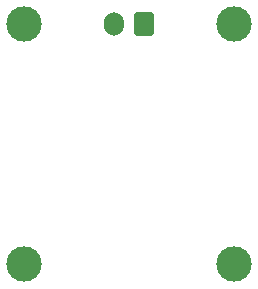
<source format=gbr>
%TF.GenerationSoftware,KiCad,Pcbnew,7.0.8*%
%TF.CreationDate,2023-10-11T13:53:52-07:00*%
%TF.ProjectId,PCB_555_Timer,5043425f-3535-4355-9f54-696d65722e6b,rev?*%
%TF.SameCoordinates,Original*%
%TF.FileFunction,Soldermask,Bot*%
%TF.FilePolarity,Negative*%
%FSLAX46Y46*%
G04 Gerber Fmt 4.6, Leading zero omitted, Abs format (unit mm)*
G04 Created by KiCad (PCBNEW 7.0.8) date 2023-10-11 13:53:52*
%MOMM*%
%LPD*%
G01*
G04 APERTURE LIST*
G04 Aperture macros list*
%AMRoundRect*
0 Rectangle with rounded corners*
0 $1 Rounding radius*
0 $2 $3 $4 $5 $6 $7 $8 $9 X,Y pos of 4 corners*
0 Add a 4 corners polygon primitive as box body*
4,1,4,$2,$3,$4,$5,$6,$7,$8,$9,$2,$3,0*
0 Add four circle primitives for the rounded corners*
1,1,$1+$1,$2,$3*
1,1,$1+$1,$4,$5*
1,1,$1+$1,$6,$7*
1,1,$1+$1,$8,$9*
0 Add four rect primitives between the rounded corners*
20,1,$1+$1,$2,$3,$4,$5,0*
20,1,$1+$1,$4,$5,$6,$7,0*
20,1,$1+$1,$6,$7,$8,$9,0*
20,1,$1+$1,$8,$9,$2,$3,0*%
G04 Aperture macros list end*
%ADD10C,3.000000*%
%ADD11RoundRect,0.250000X0.600000X0.750000X-0.600000X0.750000X-0.600000X-0.750000X0.600000X-0.750000X0*%
%ADD12O,1.700000X2.000000*%
G04 APERTURE END LIST*
D10*
%TO.C,REF\u002A\u002A*%
X154940000Y-111760000D03*
%TD*%
%TO.C,REF\u002A\u002A*%
X137160000Y-111760000D03*
%TD*%
%TO.C,REF\u002A\u002A*%
X137160000Y-91440000D03*
%TD*%
%TO.C,REF\u002A\u002A*%
X154940000Y-91440000D03*
%TD*%
D11*
%TO.C,J1*%
X147320000Y-91440000D03*
D12*
X144820000Y-91440000D03*
%TD*%
M02*

</source>
